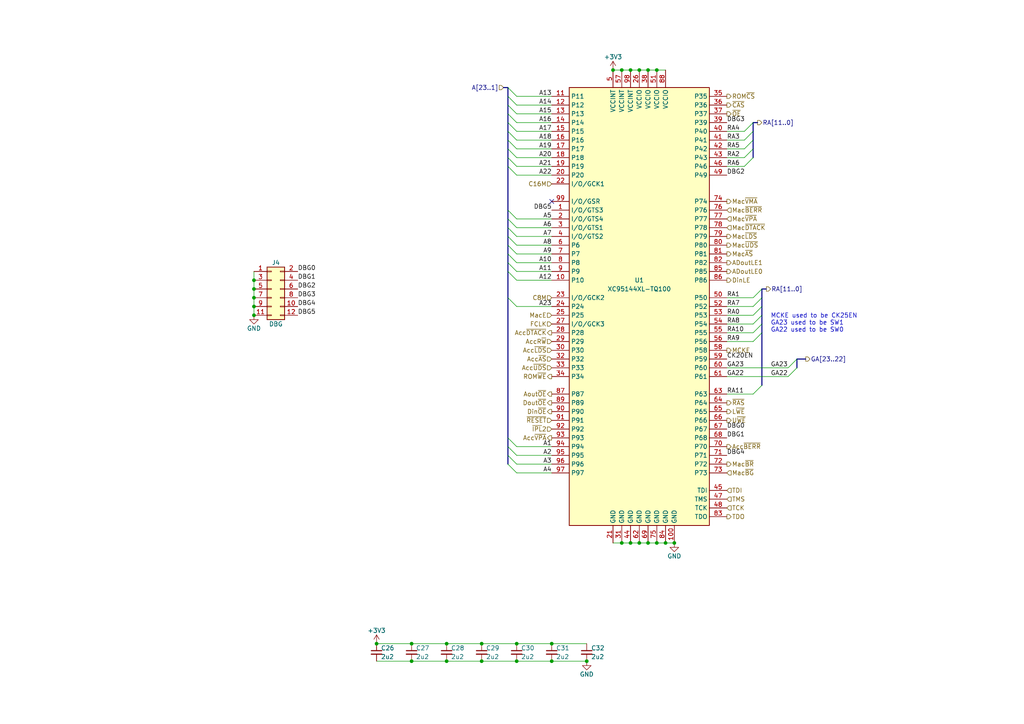
<source format=kicad_sch>
(kicad_sch (version 20230121) (generator eeschema)
  (paper "A4")
  (lib_symbols
    (symbol "CPLD_Xilinx:XC95144XL-TQ100"
      (property "Reference" "U" (at -20.32 64.77 0))
      (property "Value" "XC95144XL-TQ100" (at -20.32 -64.77 0))
      (symbol "XC95144XL-TQ100_1_1"
        (rectangle (start -20.32 63.5) (end 20.32 -63.5) (stroke (width 0.254)) (fill (type background)))
        (pin bidirectional line (at -25.4 27.94 0) (length 5.08) (name "I/O/GTS3") (number "1"))
        (pin bidirectional line (at -25.4 7.62 0) (length 5.08) (name "P10") (number "10"))
        (pin power_in line (at 10.16 -68.58 90) (length 5.08) (name "GND") (number "100"))
        (pin bidirectional line (at -25.4 60.96 0) (length 5.08) (name "P11") (number "11"))
        (pin bidirectional line (at -25.4 58.42 0) (length 5.08) (name "P12") (number "12"))
        (pin bidirectional line (at -25.4 55.88 0) (length 5.08) (name "P13") (number "13"))
        (pin bidirectional line (at -25.4 53.34 0) (length 5.08) (name "P14") (number "14"))
        (pin bidirectional line (at -25.4 50.8 0) (length 5.08) (name "P15") (number "15"))
        (pin bidirectional line (at -25.4 48.26 0) (length 5.08) (name "P16") (number "16"))
        (pin bidirectional line (at -25.4 45.72 0) (length 5.08) (name "P17") (number "17"))
        (pin bidirectional line (at -25.4 43.18 0) (length 5.08) (name "P18") (number "18"))
        (pin bidirectional line (at -25.4 40.64 0) (length 5.08) (name "P19") (number "19"))
        (pin bidirectional line (at -25.4 25.4 0) (length 5.08) (name "I/O/GTS4") (number "2"))
        (pin bidirectional line (at -25.4 38.1 0) (length 5.08) (name "P20") (number "20"))
        (pin power_in line (at -7.62 -68.58 90) (length 5.08) (name "GND") (number "21"))
        (pin bidirectional line (at -25.4 35.56 0) (length 5.08) (name "I/O/GCK1") (number "22"))
        (pin bidirectional line (at -25.4 2.54 0) (length 5.08) (name "I/O/GCK2") (number "23"))
        (pin bidirectional line (at -25.4 0 0) (length 5.08) (name "P24") (number "24"))
        (pin bidirectional line (at -25.4 -2.54 0) (length 5.08) (name "P25") (number "25"))
        (pin power_in line (at 0 68.58 270) (length 5.08) (name "VCCIO") (number "26"))
        (pin bidirectional line (at -25.4 -5.08 0) (length 5.08) (name "I/O/GCK3") (number "27"))
        (pin bidirectional line (at -25.4 -7.62 0) (length 5.08) (name "P28") (number "28"))
        (pin bidirectional line (at -25.4 -10.16 0) (length 5.08) (name "P29") (number "29"))
        (pin bidirectional line (at -25.4 22.86 0) (length 5.08) (name "I/O/GTS1") (number "3"))
        (pin bidirectional line (at -25.4 -12.7 0) (length 5.08) (name "P30") (number "30"))
        (pin power_in line (at -5.08 -68.58 90) (length 5.08) (name "GND") (number "31"))
        (pin bidirectional line (at -25.4 -15.24 0) (length 5.08) (name "P32") (number "32"))
        (pin bidirectional line (at -25.4 -17.78 0) (length 5.08) (name "P33") (number "33"))
        (pin bidirectional line (at -25.4 -20.32 0) (length 5.08) (name "P34") (number "34"))
        (pin bidirectional line (at 25.4 60.96 180) (length 5.08) (name "P35") (number "35"))
        (pin bidirectional line (at 25.4 58.42 180) (length 5.08) (name "P36") (number "36"))
        (pin bidirectional line (at 25.4 55.88 180) (length 5.08) (name "P37") (number "37"))
        (pin power_in line (at 2.54 68.58 270) (length 5.08) (name "VCCIO") (number "38"))
        (pin bidirectional line (at 25.4 53.34 180) (length 5.08) (name "P39") (number "39"))
        (pin bidirectional line (at -25.4 20.32 0) (length 5.08) (name "I/O/GTS2") (number "4"))
        (pin bidirectional line (at 25.4 50.8 180) (length 5.08) (name "P40") (number "40"))
        (pin bidirectional line (at 25.4 48.26 180) (length 5.08) (name "P41") (number "41"))
        (pin bidirectional line (at 25.4 45.72 180) (length 5.08) (name "P42") (number "42"))
        (pin bidirectional line (at 25.4 43.18 180) (length 5.08) (name "P43") (number "43"))
        (pin power_in line (at -2.54 -68.58 90) (length 5.08) (name "GND") (number "44"))
        (pin input line (at 25.4 -53.34 180) (length 5.08) (name "TDI") (number "45"))
        (pin bidirectional line (at 25.4 40.64 180) (length 5.08) (name "P46") (number "46"))
        (pin input line (at 25.4 -55.88 180) (length 5.08) (name "TMS") (number "47"))
        (pin input line (at 25.4 -58.42 180) (length 5.08) (name "TCK") (number "48"))
        (pin bidirectional line (at 25.4 38.1 180) (length 5.08) (name "P49") (number "49"))
        (pin power_in line (at -7.62 68.58 270) (length 5.08) (name "VCCINT") (number "5"))
        (pin bidirectional line (at 25.4 2.54 180) (length 5.08) (name "P50") (number "50"))
        (pin power_in line (at 5.08 68.58 270) (length 5.08) (name "VCCIO") (number "51"))
        (pin bidirectional line (at 25.4 0 180) (length 5.08) (name "P52") (number "52"))
        (pin bidirectional line (at 25.4 -2.54 180) (length 5.08) (name "P53") (number "53"))
        (pin bidirectional line (at 25.4 -5.08 180) (length 5.08) (name "P54") (number "54"))
        (pin bidirectional line (at 25.4 -7.62 180) (length 5.08) (name "P55") (number "55"))
        (pin bidirectional line (at 25.4 -10.16 180) (length 5.08) (name "P56") (number "56"))
        (pin power_in line (at -5.08 68.58 270) (length 5.08) (name "VCCINT") (number "57"))
        (pin bidirectional line (at 25.4 -12.7 180) (length 5.08) (name "P58") (number "58"))
        (pin bidirectional line (at 25.4 -15.24 180) (length 5.08) (name "P59") (number "59"))
        (pin bidirectional line (at -25.4 17.78 0) (length 5.08) (name "P6") (number "6"))
        (pin bidirectional line (at 25.4 -17.78 180) (length 5.08) (name "P60") (number "60"))
        (pin bidirectional line (at 25.4 -20.32 180) (length 5.08) (name "P61") (number "61"))
        (pin power_in line (at 0 -68.58 90) (length 5.08) (name "GND") (number "62"))
        (pin bidirectional line (at 25.4 -25.4 180) (length 5.08) (name "P63") (number "63"))
        (pin bidirectional line (at 25.4 -27.94 180) (length 5.08) (name "P64") (number "64"))
        (pin bidirectional line (at 25.4 -30.48 180) (length 5.08) (name "P65") (number "65"))
        (pin bidirectional line (at 25.4 -33.02 180) (length 5.08) (name "P66") (number "66"))
        (pin bidirectional line (at 25.4 -35.56 180) (length 5.08) (name "P67") (number "67"))
        (pin bidirectional line (at 25.4 -38.1 180) (length 5.08) (name "P68") (number "68"))
        (pin power_in line (at 2.54 -68.58 90) (length 5.08) (name "GND") (number "69"))
        (pin bidirectional line (at -25.4 15.24 0) (length 5.08) (name "P7") (number "7"))
        (pin bidirectional line (at 25.4 -40.64 180) (length 5.08) (name "P70") (number "70"))
        (pin bidirectional line (at 25.4 -43.18 180) (length 5.08) (name "P71") (number "71"))
        (pin bidirectional line (at 25.4 -45.72 180) (length 5.08) (name "P72") (number "72"))
        (pin bidirectional line (at 25.4 -48.26 180) (length 5.08) (name "P73") (number "73"))
        (pin bidirectional line (at 25.4 30.48 180) (length 5.08) (name "P74") (number "74"))
        (pin power_in line (at 5.08 -68.58 90) (length 5.08) (name "GND") (number "75"))
        (pin bidirectional line (at 25.4 27.94 180) (length 5.08) (name "P76") (number "76"))
        (pin bidirectional line (at 25.4 25.4 180) (length 5.08) (name "P77") (number "77"))
        (pin bidirectional line (at 25.4 22.86 180) (length 5.08) (name "P78") (number "78"))
        (pin bidirectional line (at 25.4 20.32 180) (length 5.08) (name "P79") (number "79"))
        (pin bidirectional line (at -25.4 12.7 0) (length 5.08) (name "P8") (number "8"))
        (pin bidirectional line (at 25.4 17.78 180) (length 5.08) (name "P80") (number "80"))
        (pin bidirectional line (at 25.4 15.24 180) (length 5.08) (name "P81") (number "81"))
        (pin bidirectional line (at 25.4 12.7 180) (length 5.08) (name "P82") (number "82"))
        (pin output line (at 25.4 -60.96 180) (length 5.08) (name "TDO") (number "83"))
        (pin power_in line (at 7.62 -68.58 90) (length 5.08) (name "GND") (number "84"))
        (pin bidirectional line (at 25.4 10.16 180) (length 5.08) (name "P85") (number "85"))
        (pin bidirectional line (at 25.4 7.62 180) (length 5.08) (name "P86") (number "86"))
        (pin bidirectional line (at -25.4 -25.4 0) (length 5.08) (name "P87") (number "87"))
        (pin power_in line (at 7.62 68.58 270) (length 5.08) (name "VCCIO") (number "88"))
        (pin bidirectional line (at -25.4 -27.94 0) (length 5.08) (name "P89") (number "89"))
        (pin bidirectional line (at -25.4 10.16 0) (length 5.08) (name "P9") (number "9"))
        (pin bidirectional line (at -25.4 -30.48 0) (length 5.08) (name "P90") (number "90"))
        (pin bidirectional line (at -25.4 -33.02 0) (length 5.08) (name "P91") (number "91"))
        (pin bidirectional line (at -25.4 -35.56 0) (length 5.08) (name "P92") (number "92"))
        (pin bidirectional line (at -25.4 -38.1 0) (length 5.08) (name "P93") (number "93"))
        (pin bidirectional line (at -25.4 -40.64 0) (length 5.08) (name "P94") (number "94"))
        (pin bidirectional line (at -25.4 -43.18 0) (length 5.08) (name "P95") (number "95"))
        (pin bidirectional line (at -25.4 -45.72 0) (length 5.08) (name "P96") (number "96"))
        (pin bidirectional line (at -25.4 -48.26 0) (length 5.08) (name "P97") (number "97"))
        (pin power_in line (at -2.54 68.58 270) (length 5.08) (name "VCCINT") (number "98"))
        (pin bidirectional line (at -25.4 30.48 0) (length 5.08) (name "I/O/GSR") (number "99"))
      )
    )
    (symbol "Connector_Generic:Conn_02x06_Odd_Even" (pin_names (offset 1.016) hide)
      (property "Reference" "J" (at 1.27 7.62 0))
      (property "Value" "Conn_02x06_Odd_Even" (at 1.27 -10.16 0))
      (symbol "Conn_02x06_Odd_Even_1_1"
        (rectangle (start -1.27 -7.493) (end 0 -7.747) (stroke (width 0.1524)))
        (rectangle (start -1.27 -4.953) (end 0 -5.207) (stroke (width 0.1524)))
        (rectangle (start -1.27 -2.413) (end 0 -2.667) (stroke (width 0.1524)))
        (rectangle (start -1.27 0.127) (end 0 -0.127) (stroke (width 0.1524)))
        (rectangle (start -1.27 2.667) (end 0 2.413) (stroke (width 0.1524)))
        (rectangle (start -1.27 5.207) (end 0 4.953) (stroke (width 0.1524)))
        (rectangle (start -1.27 6.35) (end 3.81 -8.89) (stroke (width 0.254)) (fill (type background)))
        (rectangle (start 3.81 -7.493) (end 2.54 -7.747) (stroke (width 0.1524)))
        (rectangle (start 3.81 -4.953) (end 2.54 -5.207) (stroke (width 0.1524)))
        (rectangle (start 3.81 -2.413) (end 2.54 -2.667) (stroke (width 0.1524)))
        (rectangle (start 3.81 0.127) (end 2.54 -0.127) (stroke (width 0.1524)))
        (rectangle (start 3.81 2.667) (end 2.54 2.413) (stroke (width 0.1524)))
        (rectangle (start 3.81 5.207) (end 2.54 4.953) (stroke (width 0.1524)))
        (pin passive line (at -5.08 5.08 0) (length 3.81) (name "Pin_1") (number "1"))
        (pin passive line (at 7.62 -5.08 180) (length 3.81) (name "Pin_10") (number "10"))
        (pin passive line (at -5.08 -7.62 0) (length 3.81) (name "Pin_11") (number "11"))
        (pin passive line (at 7.62 -7.62 180) (length 3.81) (name "Pin_12") (number "12"))
        (pin passive line (at 7.62 5.08 180) (length 3.81) (name "Pin_2") (number "2"))
        (pin passive line (at -5.08 2.54 0) (length 3.81) (name "Pin_3") (number "3"))
        (pin passive line (at 7.62 2.54 180) (length 3.81) (name "Pin_4") (number "4"))
        (pin passive line (at -5.08 0 0) (length 3.81) (name "Pin_5") (number "5"))
        (pin passive line (at 7.62 0 180) (length 3.81) (name "Pin_6") (number "6"))
        (pin passive line (at -5.08 -2.54 0) (length 3.81) (name "Pin_7") (number "7"))
        (pin passive line (at 7.62 -2.54 180) (length 3.81) (name "Pin_8") (number "8"))
        (pin passive line (at -5.08 -5.08 0) (length 3.81) (name "Pin_9") (number "9"))
      )
    )
    (symbol "Device:C_Small" (pin_numbers hide) (pin_names (offset 0.254) hide)
      (property "Reference" "C" (at 0.254 1.778 0))
      (property "Value" "C_Small" (at 0.254 -2.032 0))
      (symbol "C_Small_0_1"
        (polyline (pts (xy -1.524 -0.508) (xy 1.524 -0.508)) (stroke (width 0.3302)))
        (polyline (pts (xy -1.524 0.508) (xy 1.524 0.508)) (stroke (width 0.3048)))
      )
      (symbol "C_Small_1_1"
        (pin passive line (at 0 2.54 270) (length 2.032) (name "~") (number "1"))
        (pin passive line (at 0 -2.54 90) (length 2.032) (name "~") (number "2"))
      )
    )
    (symbol "power:+3V3" (power) (pin_names (offset 0))
      (property "Value" "+3V3" (at 0 3.556 0))
      (symbol "+3V3_0_1"
        (polyline (pts (xy -0.762 1.27) (xy 0 2.54)))
        (polyline (pts (xy 0 0) (xy 0 2.54)))
        (polyline (pts (xy 0 2.54) (xy 0.762 1.27)))
      )
      (symbol "+3V3_1_1"
        (pin power_in line (at 0 0 90) (length 0) hide (name "+3V3") (number "1"))
      )
    )
    (symbol "power:GND" (power) (pin_names (offset 0))
      (property "Value" "GND" (at 0 -3.81 0))
      (symbol "GND_0_1"
        (polyline (pts (xy 0 0) (xy 0 -1.27) (xy 1.27 -1.27) (xy 0 -2.54) (xy -1.27 -1.27) (xy 0 -1.27)))
      )
      (symbol "GND_1_1"
        (pin power_in line (at 0 0 270) (length 0) hide (name "GND") (number "1"))
      )
    )
  )
  (junction (at 119.38 191.77))
  (junction (at 193.04 157.48))
  (junction (at 129.54 191.77))
  (junction (at 180.34 157.48))
  (junction (at 177.8 20.32))
  (junction (at 139.7 191.77))
  (junction (at 139.7 186.69))
  (junction (at 187.96 157.48))
  (junction (at 182.88 157.48))
  (junction (at 73.66 86.36))
  (junction (at 73.66 91.44))
  (junction (at 119.38 186.69))
  (junction (at 185.42 20.32))
  (junction (at 73.66 81.28))
  (junction (at 160.02 186.69))
  (junction (at 73.66 88.9))
  (junction (at 182.88 20.32))
  (junction (at 109.22 186.69))
  (junction (at 195.58 157.48))
  (junction (at 187.96 20.32))
  (junction (at 180.34 20.32))
  (junction (at 149.86 191.77))
  (junction (at 73.66 83.82))
  (junction (at 190.5 157.48))
  (junction (at 149.86 186.69))
  (junction (at 185.42 157.48))
  (junction (at 170.18 191.77))
  (junction (at 160.02 191.77))
  (junction (at 129.54 186.69))
  (junction (at 190.5 20.32))
  (no_connect (at 160.02 58.42))
  (bus_entry (at 147.32 63.5) (size 2.54 2.54))
  (bus_entry (at 147.32 129.54) (size 2.54 2.54))
  (bus_entry (at 147.32 71.12) (size 2.54 2.54))
  (bus_entry (at 147.32 27.94) (size 2.54 2.54))
  (bus_entry (at 147.32 35.56) (size 2.54 2.54))
  (bus_entry (at 220.98 93.98) (size -2.54 2.54))
  (bus_entry (at 218.44 43.18) (size -2.54 2.54))
  (bus_entry (at 147.32 25.4) (size 2.54 2.54))
  (bus_entry (at 147.32 30.48) (size 2.54 2.54))
  (bus_entry (at 147.32 45.72) (size 2.54 2.54))
  (bus_entry (at 220.98 96.52) (size -2.54 2.54))
  (bus_entry (at 147.32 48.26) (size 2.54 2.54))
  (bus_entry (at 218.44 45.72) (size -2.54 2.54))
  (bus_entry (at 220.98 88.9) (size -2.54 2.54))
  (bus_entry (at 147.32 73.66) (size 2.54 2.54))
  (bus_entry (at 220.98 83.82) (size -2.54 2.54))
  (bus_entry (at 218.44 38.1) (size -2.54 2.54))
  (bus_entry (at 218.44 35.56) (size -2.54 2.54))
  (bus_entry (at 147.32 86.36) (size 2.54 2.54))
  (bus_entry (at 147.32 127) (size 2.54 2.54))
  (bus_entry (at 147.32 78.74) (size 2.54 2.54))
  (bus_entry (at 147.32 76.2) (size 2.54 2.54))
  (bus_entry (at 147.32 68.58) (size 2.54 2.54))
  (bus_entry (at 147.32 33.02) (size 2.54 2.54))
  (bus_entry (at 147.32 40.64) (size 2.54 2.54))
  (bus_entry (at 218.44 40.64) (size -2.54 2.54))
  (bus_entry (at 147.32 132.08) (size 2.54 2.54))
  (bus_entry (at 147.32 38.1) (size 2.54 2.54))
  (bus_entry (at 220.98 91.44) (size -2.54 2.54))
  (bus_entry (at 231.14 106.68) (size -2.54 2.54))
  (bus_entry (at 147.32 134.62) (size 2.54 2.54))
  (bus_entry (at 147.32 60.96) (size 2.54 2.54))
  (bus_entry (at 220.98 111.76) (size -2.54 2.54))
  (bus_entry (at 220.98 86.36) (size -2.54 2.54))
  (bus_entry (at 231.14 104.14) (size -2.54 2.54))
  (bus_entry (at 147.32 66.04) (size 2.54 2.54))
  (bus_entry (at 147.32 43.18) (size 2.54 2.54))
  (wire (pts (xy 210.82 93.98) (xy 218.44 93.98)))
  (wire (pts (xy 210.82 43.18) (xy 215.9 43.18)))
  (wire (pts (xy 182.88 20.32) (xy 185.42 20.32)))
  (bus (pts (xy 147.32 127) (xy 147.32 129.54)))
  (bus (pts (xy 147.32 27.94) (xy 147.32 30.48)))
  (bus (pts (xy 147.32 38.1) (xy 147.32 40.64)))
  (wire (pts (xy 73.66 81.28) (xy 73.66 83.82)))
  (wire (pts (xy 160.02 33.02) (xy 149.86 33.02)))
  (wire (pts (xy 160.02 35.56) (xy 149.86 35.56)))
  (wire (pts (xy 185.42 20.32) (xy 187.96 20.32)))
  (wire (pts (xy 160.02 45.72) (xy 149.86 45.72)))
  (bus (pts (xy 147.32 73.66) (xy 147.32 76.2)))
  (wire (pts (xy 109.22 186.69) (xy 119.38 186.69)))
  (bus (pts (xy 220.98 96.52) (xy 220.98 111.76)))
  (wire (pts (xy 160.02 50.8) (xy 149.86 50.8)))
  (wire (pts (xy 160.02 81.28) (xy 149.86 81.28)))
  (wire (pts (xy 160.02 76.2) (xy 149.86 76.2)))
  (wire (pts (xy 119.38 186.69) (xy 129.54 186.69)))
  (bus (pts (xy 147.32 48.26) (xy 147.32 60.96)))
  (bus (pts (xy 147.32 25.4) (xy 146.05 25.4)))
  (wire (pts (xy 210.82 106.68) (xy 228.6 106.68)))
  (bus (pts (xy 147.32 71.12) (xy 147.32 73.66)))
  (wire (pts (xy 160.02 30.48) (xy 149.86 30.48)))
  (wire (pts (xy 160.02 48.26) (xy 149.86 48.26)))
  (wire (pts (xy 73.66 78.74) (xy 73.66 81.28)))
  (bus (pts (xy 220.98 83.82) (xy 220.98 86.36)))
  (wire (pts (xy 160.02 186.69) (xy 170.18 186.69)))
  (bus (pts (xy 147.32 45.72) (xy 147.32 48.26)))
  (bus (pts (xy 147.32 40.64) (xy 147.32 43.18)))
  (wire (pts (xy 160.02 78.74) (xy 149.86 78.74)))
  (wire (pts (xy 210.82 38.1) (xy 215.9 38.1)))
  (bus (pts (xy 218.44 35.56) (xy 218.44 38.1)))
  (wire (pts (xy 149.86 137.16) (xy 160.02 137.16)))
  (bus (pts (xy 218.44 40.64) (xy 218.44 43.18)))
  (bus (pts (xy 231.14 104.14) (xy 233.68 104.14)))
  (bus (pts (xy 147.32 25.4) (xy 147.32 27.94)))
  (wire (pts (xy 139.7 191.77) (xy 149.86 191.77)))
  (bus (pts (xy 220.98 86.36) (xy 220.98 88.9)))
  (wire (pts (xy 160.02 38.1) (xy 149.86 38.1)))
  (wire (pts (xy 218.44 96.52) (xy 210.82 96.52)))
  (wire (pts (xy 73.66 83.82) (xy 73.66 86.36)))
  (bus (pts (xy 147.32 43.18) (xy 147.32 45.72)))
  (bus (pts (xy 147.32 33.02) (xy 147.32 35.56)))
  (bus (pts (xy 218.44 38.1) (xy 218.44 40.64)))
  (wire (pts (xy 160.02 40.64) (xy 149.86 40.64)))
  (wire (pts (xy 187.96 157.48) (xy 185.42 157.48)))
  (wire (pts (xy 210.82 109.22) (xy 228.6 109.22)))
  (bus (pts (xy 147.32 60.96) (xy 147.32 63.5)))
  (wire (pts (xy 73.66 91.44) (xy 73.66 88.9)))
  (wire (pts (xy 160.02 66.04) (xy 149.86 66.04)))
  (wire (pts (xy 73.66 86.36) (xy 73.66 88.9)))
  (wire (pts (xy 210.82 88.9) (xy 218.44 88.9)))
  (wire (pts (xy 210.82 99.06) (xy 218.44 99.06)))
  (wire (pts (xy 129.54 186.69) (xy 139.7 186.69)))
  (wire (pts (xy 210.82 45.72) (xy 215.9 45.72)))
  (wire (pts (xy 160.02 191.77) (xy 170.18 191.77)))
  (wire (pts (xy 160.02 68.58) (xy 149.86 68.58)))
  (wire (pts (xy 139.7 186.69) (xy 149.86 186.69)))
  (wire (pts (xy 210.82 40.64) (xy 215.9 40.64)))
  (bus (pts (xy 147.32 63.5) (xy 147.32 66.04)))
  (bus (pts (xy 147.32 68.58) (xy 147.32 71.12)))
  (wire (pts (xy 149.86 186.69) (xy 160.02 186.69)))
  (wire (pts (xy 210.82 48.26) (xy 215.9 48.26)))
  (wire (pts (xy 149.86 191.77) (xy 160.02 191.77)))
  (bus (pts (xy 147.32 132.08) (xy 147.32 134.62)))
  (bus (pts (xy 147.32 78.74) (xy 147.32 86.36)))
  (bus (pts (xy 147.32 35.56) (xy 147.32 38.1)))
  (wire (pts (xy 185.42 157.48) (xy 182.88 157.48)))
  (wire (pts (xy 193.04 157.48) (xy 190.5 157.48)))
  (wire (pts (xy 160.02 43.18) (xy 149.86 43.18)))
  (wire (pts (xy 149.86 129.54) (xy 160.02 129.54)))
  (wire (pts (xy 119.38 191.77) (xy 129.54 191.77)))
  (wire (pts (xy 160.02 71.12) (xy 149.86 71.12)))
  (wire (pts (xy 109.22 191.77) (xy 119.38 191.77)))
  (wire (pts (xy 210.82 86.36) (xy 218.44 86.36)))
  (bus (pts (xy 218.44 43.18) (xy 218.44 45.72)))
  (bus (pts (xy 220.98 88.9) (xy 220.98 91.44)))
  (bus (pts (xy 147.32 129.54) (xy 147.32 132.08)))
  (bus (pts (xy 147.32 86.36) (xy 147.32 127)))
  (bus (pts (xy 231.14 106.68) (xy 231.14 104.14)))
  (wire (pts (xy 160.02 63.5) (xy 149.86 63.5)))
  (wire (pts (xy 149.86 132.08) (xy 160.02 132.08)))
  (wire (pts (xy 149.86 134.62) (xy 160.02 134.62)))
  (wire (pts (xy 218.44 91.44) (xy 210.82 91.44)))
  (wire (pts (xy 160.02 27.94) (xy 149.86 27.94)))
  (wire (pts (xy 182.88 157.48) (xy 180.34 157.48)))
  (wire (pts (xy 190.5 157.48) (xy 187.96 157.48)))
  (bus (pts (xy 147.32 76.2) (xy 147.32 78.74)))
  (bus (pts (xy 147.32 30.48) (xy 147.32 33.02)))
  (wire (pts (xy 210.82 114.3) (xy 218.44 114.3)))
  (bus (pts (xy 218.44 35.56) (xy 219.71 35.56)))
  (bus (pts (xy 220.98 91.44) (xy 220.98 93.98)))
  (wire (pts (xy 187.96 20.32) (xy 190.5 20.32)))
  (wire (pts (xy 160.02 88.9) (xy 149.86 88.9)))
  (wire (pts (xy 190.5 20.32) (xy 193.04 20.32)))
  (wire (pts (xy 177.8 20.32) (xy 180.34 20.32)))
  (wire (pts (xy 180.34 157.48) (xy 177.8 157.48)))
  (wire (pts (xy 195.58 157.48) (xy 193.04 157.48)))
  (wire (pts (xy 129.54 191.77) (xy 139.7 191.77)))
  (wire (pts (xy 160.02 73.66) (xy 149.86 73.66)))
  (bus (pts (xy 220.98 83.82) (xy 222.25 83.82)))
  (bus (pts (xy 220.98 93.98) (xy 220.98 96.52)))
  (bus (pts (xy 147.32 66.04) (xy 147.32 68.58)))
  (wire (pts (xy 180.34 20.32) (xy 182.88 20.32)))
  (text "MCKE used to be CK25EN\nGA23 used to be SW1\nGA22 used to be SW0" (at 223.52 96.52 0) (effects (font (size 1.27 1.27)) (justify left bottom)))
  (label "DBG3" (at 210.82 35.56 0))
  (label "DBG5" (at 86.36 91.44 0))
  (label "RA11" (at 210.82 114.3 0))
  (label "A8" (at 160.02 71.12 180))
  (label "A23" (at 160.02 88.9 180))
  (label "DBG1" (at 86.36 81.28 0))
  (label "A5" (at 160.02 63.5 180))
  (label "RA2" (at 210.82 45.72 0))
  (label "A15" (at 160.02 33.02 180))
  (label "RA10" (at 210.82 96.52 0))
  (label "RA1" (at 210.82 86.36 0))
  (label "A17" (at 160.02 38.1 180))
  (label "RA4" (at 210.82 38.1 0))
  (label "DBG5" (at 160.02 60.96 180))
  (label "A16" (at 160.02 35.56 180))
  (label "GA22" (at 223.52 109.22 0))
  (label "A7" (at 160.02 68.58 180))
  (label "A10" (at 160.02 76.2 180))
  (label "DBG1" (at 210.82 127 0))
  (label "A9" (at 160.02 73.66 180))
  (label "A21" (at 160.02 48.26 180))
  (label "RA3" (at 210.82 40.64 0))
  (label "A20" (at 160.02 45.72 180))
  (label "A3" (at 160.02 134.62 180))
  (label "A13" (at 160.02 27.94 180))
  (label "DBG2" (at 210.82 50.8 0))
  (label "DBG4" (at 210.82 132.08 0))
  (label "GA22" (at 210.82 109.22 0))
  (label "A22" (at 160.02 50.8 180))
  (label "RA6" (at 210.82 48.26 0))
  (label "A14" (at 160.02 30.48 180))
  (label "RA7" (at 210.82 88.9 0))
  (label "DBG0" (at 210.82 124.46 0))
  (label "A11" (at 160.02 78.74 180))
  (label "DBG0" (at 86.36 78.74 0))
  (label "A18" (at 160.02 40.64 180))
  (label "A6" (at 160.02 66.04 180))
  (label "RA0" (at 210.82 91.44 0))
  (label "CK20EN" (at 210.82 104.14 0))
  (label "RA8" (at 210.82 93.98 0))
  (label "RA9" (at 210.82 99.06 0))
  (label "A1" (at 160.02 129.54 180))
  (label "DBG2" (at 86.36 83.82 0))
  (label "A4" (at 160.02 137.16 180))
  (label "A2" (at 160.02 132.08 180))
  (label "A12" (at 160.02 81.28 180))
  (label "DBG4" (at 86.36 88.9 0))
  (label "A19" (at 160.02 43.18 180))
  (label "GA23" (at 210.82 106.68 0))
  (label "RA5" (at 210.82 43.18 0))
  (label "GA23" (at 223.52 106.68 0))
  (label "DBG3" (at 86.36 86.36 0))
  (hierarchical_label "A[23..1]" (shape input) (at 146.05 25.4 180))
  (hierarchical_label "Dout~{OE}" (shape output) (at 160.02 116.84 180))
  (hierarchical_label "AccR~{W}" (shape input) (at 160.02 99.06 180))
  (hierarchical_label "TCK" (shape input) (at 210.82 147.32 0))
  (hierarchical_label "ROM~{WE}" (shape output) (at 160.02 109.22 180))
  (hierarchical_label "~{RAS}" (shape output) (at 210.82 116.84 0))
  (hierarchical_label "Mac~{BG}" (shape input) (at 210.82 137.16 0))
  (hierarchical_label "Acc~{UDS}" (shape input) (at 160.02 106.68 180))
  (hierarchical_label "Din~{OE}" (shape output) (at 160.02 119.38 180))
  (hierarchical_label "L~{WE}" (shape output) (at 210.82 119.38 0))
  (hierarchical_label "TDO" (shape output) (at 210.82 149.86 0))
  (hierarchical_label "Mac~{DTACK}" (shape input) (at 210.82 66.04 0))
  (hierarchical_label "TDI" (shape input) (at 210.82 142.24 0))
  (hierarchical_label "Mac~{VMA}" (shape output) (at 210.82 58.42 0))
  (hierarchical_label "~{OE}" (shape output) (at 210.82 33.02 0))
  (hierarchical_label "ADoutLE1" (shape output) (at 210.82 76.2 0))
  (hierarchical_label "Mac~{UDS}" (shape output) (at 210.82 71.12 0))
  (hierarchical_label "ADoutLE0" (shape output) (at 210.82 78.74 0))
  (hierarchical_label "Acc~{AS}" (shape input) (at 160.02 104.14 180))
  (hierarchical_label "Acc~{VPA}" (shape output) (at 160.02 127 180))
  (hierarchical_label "DinLE" (shape output) (at 210.82 81.28 0))
  (hierarchical_label "C8M" (shape input) (at 160.02 86.36 180))
  (hierarchical_label "MCKE" (shape output) (at 210.82 101.6 0))
  (hierarchical_label "ROM~{CS}" (shape output) (at 210.82 27.94 0))
  (hierarchical_label "TMS" (shape input) (at 210.82 144.78 0))
  (hierarchical_label "~{IPL}2" (shape input) (at 160.02 124.46 180))
  (hierarchical_label "GA[23..22]" (shape output) (at 233.68 104.14 0))
  (hierarchical_label "Mac~{BERR}" (shape input) (at 210.82 60.96 0))
  (hierarchical_label "Acc~{LDS}" (shape input) (at 160.02 101.6 180))
  (hierarchical_label "Acc~{DTACK}" (shape output) (at 160.02 96.52 180))
  (hierarchical_label "C16M" (shape input) (at 160.02 53.34 180))
  (hierarchical_label "FCLK" (shape input) (at 160.02 93.98 180))
  (hierarchical_label "Mac~{VPA}" (shape input) (at 210.82 63.5 0))
  (hierarchical_label "MacE" (shape input) (at 160.02 91.44 180))
  (hierarchical_label "Mac~{BR}" (shape output) (at 210.82 134.62 0))
  (hierarchical_label "Mac~{AS}" (shape output) (at 210.82 73.66 0))
  (hierarchical_label "~{CAS}" (shape output) (at 210.82 30.48 0))
  (hierarchical_label "Aout~{OE}" (shape output) (at 160.02 114.3 180))
  (hierarchical_label "RA[11..0]" (shape output) (at 219.71 35.56 0))
  (hierarchical_label "Acc~{BERR}" (shape output) (at 210.82 129.54 0))
  (hierarchical_label "~{RESET}" (shape input) (at 160.02 121.92 180))
  (hierarchical_label "U~{WE}" (shape output) (at 210.82 121.92 0))
  (hierarchical_label "RA[11..0]" (shape output) (at 222.25 83.82 0))
  (hierarchical_label "Mac~{LDS}" (shape output) (at 210.82 68.58 0))
  (symbol (lib_id "Device:C_Small") (at 119.38 189.23 0) (unit 1)
    (property "Reference" "C27" (at 120.65 187.96 0) (effects (justify left)))
    (property "Value" "2u2" (at 120.65 190.5 0) (effects (justify left)))
    (property "Footprint" "stdpads:C_0603" (effects hide))
    (property "LCSC Part" "C23630" (effects hide))
  )
  (symbol (lib_id "Device:C_Small") (at 129.54 189.23 0) (unit 1)
    (property "Reference" "C28" (at 130.81 187.96 0) (effects (justify left)))
    (property "Value" "2u2" (at 130.81 190.5 0) (effects (justify left)))
    (property "Footprint" "stdpads:C_0603" (effects hide))
    (property "LCSC Part" "C23630" (effects hide))
  )
  (symbol (lib_id "Device:C_Small") (at 139.7 189.23 0) (unit 1)
    (property "Reference" "C29" (at 140.97 187.96 0) (effects (justify left)))
    (property "Value" "2u2" (at 140.97 190.5 0) (effects (justify left)))
    (property "Footprint" "stdpads:C_0603" (effects hide))
    (property "LCSC Part" "C23630" (effects hide))
  )
  (symbol (lib_id "power:+3V3") (at 109.22 186.69 0) (unit 1)
    (property "Reference" "#PWR0158" (effects hide))
    (property "Value" "+3V3" (at 109.22 182.88 0))
  )
  (symbol (lib_id "Device:C_Small") (at 109.22 189.23 0) (unit 1)
    (property "Reference" "C26" (at 110.49 187.96 0) (effects (justify left)))
    (property "Value" "2u2" (at 110.49 190.5 0) (effects (justify left)))
    (property "Footprint" "stdpads:C_0603" (effects hide))
    (property "LCSC Part" "C23630" (effects hide))
  )
  (symbol (lib_id "Device:C_Small") (at 160.02 189.23 0) (unit 1)
    (property "Reference" "C31" (at 161.29 187.96 0) (effects (justify left)))
    (property "Value" "2u2" (at 161.29 190.5 0) (effects (justify left)))
    (property "Footprint" "stdpads:C_0603" (effects hide))
    (property "LCSC Part" "C23630" (effects hide))
  )
  (symbol (lib_id "Device:C_Small") (at 149.86 189.23 0) (unit 1)
    (property "Reference" "C30" (at 151.13 187.96 0) (effects (justify left)))
    (property "Value" "2u2" (at 151.13 190.5 0) (effects (justify left)))
    (property "Footprint" "stdpads:C_0603" (effects hide))
    (property "LCSC Part" "C23630" (effects hide))
  )
  (symbol (lib_id "power:GND") (at 170.18 191.77 0) (mirror y) (unit 1)
    (property "Reference" "#PWR0159" (effects hide))
    (property "Value" "GND" (at 170.18 195.58 0))
  )
  (symbol (lib_id "Device:C_Small") (at 170.18 189.23 0) (unit 1)
    (property "Reference" "C32" (at 171.45 187.96 0) (effects (justify left)))
    (property "Value" "2u2" (at 171.45 190.5 0) (effects (justify left)))
    (property "Footprint" "stdpads:C_0603" (effects hide))
    (property "LCSC Part" "C23630" (effects hide))
  )
  (symbol (lib_id "power:+3V3") (at 177.8 20.32 0) (unit 1)
    (property "Reference" "#PWR0160" (effects hide))
    (property "Value" "+3V3" (at 177.8 16.51 0))
  )
  (symbol (lib_id "power:GND") (at 195.58 157.48 0) (unit 1)
    (property "Reference" "#PWR0161" (effects hide))
    (property "Value" "GND" (at 195.58 161.29 0))
  )
  (symbol (lib_id "CPLD_Xilinx:XC95144XL-TQ100") (at 185.42 88.9 0) (unit 1)
    (property "Reference" "U1" (at 185.42 81.28 0))
    (property "Value" "XC95144XL-TQ100" (at 185.42 83.82 0))
    (property "Footprint" "stdpads:TQFP-100_14x14mm_P0.5mm" (effects hide))
    (property "Datasheet" "https://www.xilinx.com/support/documentation/data_sheets/ds056.pdf" (effects hide))
    (property "LCSC Part" "C45126" (effects hide))
  )
  (symbol (lib_id "power:GND") (at 73.66 91.44 0) (unit 1)
    (property "Reference" "#PWR024" (effects hide))
    (property "Value" "GND" (at 73.66 95.25 0))
  )
  (symbol (lib_id "Connector_Generic:Conn_02x06_Odd_Even") (at 78.74 83.82 0) (unit 1)
    (property "Reference" "J4" (at 80.01 76.2 0))
    (property "Value" "DBG" (at 80.01 93.98 0))
    (property "Footprint" "Connector_PinHeader_2.54mm:PinHeader_2x06_P2.54mm_Vertical" (effects hide))
  )
)
</source>
